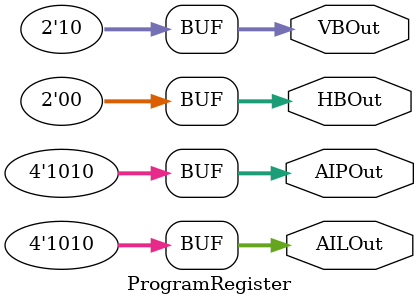
<source format=v>
module ProgramRegister(HBOut, VBOut,AIPOut, AILOut);
output reg[1:0] HBOut=0;
output reg[1:0] VBOut=2;
output reg[3:0] AIPOut=10;
output reg[3:0] AILOut=10;
endmodule

</source>
